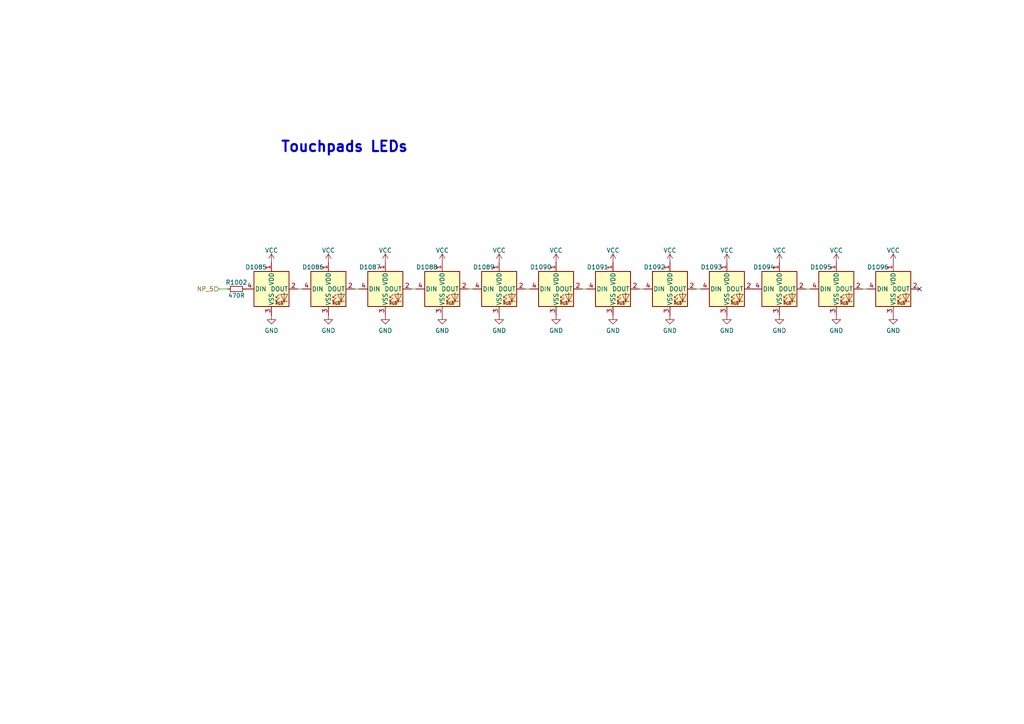
<source format=kicad_sch>
(kicad_sch (version 20231120) (generator "eeschema") (generator_version "8.0")
  (paper "A4")
  (lib_symbols
    (symbol "Device:R_Small" (pin_numbers hide) (pin_names (offset 0.254) hide)
      (property "Reference" "R" (at 0.762 0.508 0))
      (property "Value" "R_Small" (at 0.762 -1.016 0))
      (symbol "R_Small_0_1"
        (rectangle (start -0.762 1.778) (end 0.762 -1.778) (stroke (width 0.2032)))
      )
      (symbol "R_Small_1_1"
        (pin passive line (at 0 2.54 270) (length 0.762) (name "~") (number "1"))
        (pin passive line (at 0 -2.54 90) (length 0.762) (name "~") (number "2"))
      )
    )
    (symbol "LED:WS2812B" (pin_names (offset 0.254))
      (property "Reference" "D" (at 5.08 5.715 0))
      (property "Value" "WS2812B" (at 1.27 -5.715 0))
      (symbol "WS2812B_0_0"
        (text "RGB" (at 2.286 -4.191 0) (effects (font (size 0.762 0.762))))
      )
      (symbol "WS2812B_0_1"
        (polyline (pts (xy 1.27 -3.556) (xy 1.778 -3.556)))
        (polyline (pts (xy 1.27 -2.54) (xy 1.778 -2.54)))
        (polyline (pts (xy 4.699 -3.556) (xy 2.667 -3.556)))
        (polyline (pts (xy 2.286 -2.54) (xy 1.27 -3.556) (xy 1.27 -3.048)))
        (polyline (pts (xy 2.286 -1.524) (xy 1.27 -2.54) (xy 1.27 -2.032)))
        (polyline (pts (xy 3.683 -1.016) (xy 3.683 -3.556) (xy 3.683 -4.064)))
        (polyline (pts (xy 4.699 -1.524) (xy 2.667 -1.524) (xy 3.683 -3.556) (xy 4.699 -1.524)))
        (rectangle (start 5.08 5.08) (end -5.08 -5.08) (stroke (width 0.254)) (fill (type background)))
      )
      (symbol "WS2812B_1_1"
        (pin power_in line (at 0 7.62 270) (length 2.54) (name "VDD") (number "1"))
        (pin output line (at 7.62 0 180) (length 2.54) (name "DOUT") (number "2"))
        (pin power_in line (at 0 -7.62 90) (length 2.54) (name "VSS") (number "3"))
        (pin input line (at -7.62 0 0) (length 2.54) (name "DIN") (number "4"))
      )
    )
    (symbol "power:GND" (power) (pin_numbers hide) (pin_names (offset 0) hide)
      (property "Value" "GND" (at 0 -3.81 0))
      (symbol "GND_0_1"
        (polyline (pts (xy 0 0) (xy 0 -1.27) (xy 1.27 -1.27) (xy 0 -2.54) (xy -1.27 -1.27) (xy 0 -1.27)))
      )
      (symbol "GND_1_1"
        (pin power_in line (at 0 0 270) (length 0) (name "~") (number "1"))
      )
    )
    (symbol "power:VCC" (power) (pin_numbers hide) (pin_names (offset 0) hide)
      (property "Value" "VCC" (at 0 3.556 0))
      (symbol "VCC_0_1"
        (polyline (pts (xy -0.762 1.27) (xy 0 2.54)))
        (polyline (pts (xy 0 0) (xy 0 2.54)))
        (polyline (pts (xy 0 2.54) (xy 0.762 1.27)))
      )
      (symbol "VCC_1_1"
        (pin power_in line (at 0 0 90) (length 0) (name "~") (number "1"))
      )
    )
  )
  (no_connect (at 266.7 83.82))
  (wire (pts (xy 152.4 83.82) (xy 153.67 83.82)))
  (wire (pts (xy 168.91 83.82) (xy 170.18 83.82)))
  (wire (pts (xy 63.5 83.82) (xy 66.04 83.82)))
  (wire (pts (xy 119.38 83.82) (xy 120.65 83.82)))
  (wire (pts (xy 86.36 83.82) (xy 87.63 83.82)))
  (wire (pts (xy 201.93 83.82) (xy 203.2 83.82)))
  (wire (pts (xy 250.19 83.82) (xy 251.46 83.82)))
  (wire (pts (xy 185.42 83.82) (xy 186.69 83.82)))
  (wire (pts (xy 135.89 83.82) (xy 137.16 83.82)))
  (wire (pts (xy 102.87 83.82) (xy 104.14 83.82)))
  (wire (pts (xy 233.68 83.82) (xy 234.95 83.82)))
  (text "Touchpads LEDs" (at 81.28 44.45 0) (effects (font (size 3 3) (thickness 0.6) (bold yes)) (justify left bottom)))
  (hierarchical_label "NP_5" (shape input) (at 63.5 83.82 180))
  (symbol (lib_id "LED:WS2812B") (at 95.25 83.82 0) (unit 1)
    (property "Reference" "D1086" (at 90.805 77.47 0))
    (property "Value" "WS2812B" (effects (hide yes)))
    (property "Footprint" "Footprints:LED_WS2812B_edited" (effects (hide yes)))
    (property "Datasheet" "https://cdn-shop.adafruit.com/datasheets/WS2812B.pdf" (effects (hide yes)))
    (property "Ostalo" "forma" (effects (hide yes)))
    (property "U labosu?" "ne" (effects (hide yes)))
    (property "JLCPCB Part #" "-" (effects (hide yes)))
  )
  (symbol (lib_id "power:GND") (at 78.74 91.44 0) (unit 1)
    (property "Reference" "#PWR01183" (effects (hide yes)))
    (property "Value" "GND" (at 78.74 95.8834 0))
    (property "Description" "Power symbol creates a global label with name \"GND\" , ground" (effects (hide yes)))
  )
  (symbol (lib_id "LED:WS2812B") (at 111.76 83.82 0) (unit 1)
    (property "Reference" "D1087" (at 107.315 77.47 0))
    (property "Value" "WS2812B" (effects (hide yes)))
    (property "Footprint" "Footprints:LED_WS2812B_edited" (effects (hide yes)))
    (property "Datasheet" "https://cdn-shop.adafruit.com/datasheets/WS2812B.pdf" (effects (hide yes)))
    (property "Ostalo" "forma" (effects (hide yes)))
    (property "U labosu?" "ne" (effects (hide yes)))
    (property "JLCPCB Part #" "-" (effects (hide yes)))
  )
  (symbol (lib_id "LED:WS2812B") (at 128.27 83.82 0) (unit 1)
    (property "Reference" "D1088" (at 123.825 77.47 0))
    (property "Value" "WS2812B" (effects (hide yes)))
    (property "Footprint" "Footprints:LED_WS2812B_edited" (effects (hide yes)))
    (property "Datasheet" "https://cdn-shop.adafruit.com/datasheets/WS2812B.pdf" (effects (hide yes)))
    (property "Ostalo" "forma" (effects (hide yes)))
    (property "U labosu?" "ne" (effects (hide yes)))
    (property "JLCPCB Part #" "-" (effects (hide yes)))
  )
  (symbol (lib_id "power:GND") (at 194.31 91.44 0) (unit 1)
    (property "Reference" "#PWR01190" (effects (hide yes)))
    (property "Value" "GND" (at 194.31 95.8834 0))
    (property "Description" "Power symbol creates a global label with name \"GND\" , ground" (effects (hide yes)))
  )
  (symbol (lib_id "power:VCC") (at 226.06 76.2 0) (unit 1)
    (property "Reference" "#PWR01180" (effects (hide yes)))
    (property "Value" "VCC" (at 226.06 72.6242 0))
    (property "Description" "Power symbol creates a global label with name \"VCC\"" (effects (hide yes)))
  )
  (symbol (lib_id "power:VCC") (at 161.29 76.2 0) (unit 1)
    (property "Reference" "#PWR01176" (effects (hide yes)))
    (property "Value" "VCC" (at 161.29 72.6242 0))
    (property "Description" "Power symbol creates a global label with name \"VCC\"" (effects (hide yes)))
  )
  (symbol (lib_id "power:GND") (at 226.06 91.44 0) (unit 1)
    (property "Reference" "#PWR01192" (effects (hide yes)))
    (property "Value" "GND" (at 226.06 95.8834 0))
    (property "Description" "Power symbol creates a global label with name \"GND\" , ground" (effects (hide yes)))
  )
  (symbol (lib_id "power:GND") (at 259.08 91.44 0) (unit 1)
    (property "Reference" "#PWR01194" (effects (hide yes)))
    (property "Value" "GND" (at 259.08 95.8834 0))
    (property "Description" "Power symbol creates a global label with name \"GND\" , ground" (effects (hide yes)))
  )
  (symbol (lib_id "LED:WS2812B") (at 144.78 83.82 0) (unit 1)
    (property "Reference" "D1089" (at 140.335 77.47 0))
    (property "Value" "WS2812B" (effects (hide yes)))
    (property "Footprint" "Footprints:LED_WS2812B_edited" (effects (hide yes)))
    (property "Datasheet" "https://cdn-shop.adafruit.com/datasheets/WS2812B.pdf" (effects (hide yes)))
    (property "Ostalo" "forma" (effects (hide yes)))
    (property "U labosu?" "ne" (effects (hide yes)))
    (property "JLCPCB Part #" "-" (effects (hide yes)))
  )
  (symbol (lib_id "LED:WS2812B") (at 242.57 83.82 0) (unit 1)
    (property "Reference" "D1095" (at 238.125 77.47 0))
    (property "Value" "WS2812B" (effects (hide yes)))
    (property "Footprint" "Footprints:LED_WS2812B_edited" (effects (hide yes)))
    (property "Datasheet" "https://cdn-shop.adafruit.com/datasheets/WS2812B.pdf" (effects (hide yes)))
    (property "Ostalo" "forma" (effects (hide yes)))
    (property "U labosu?" "ne" (effects (hide yes)))
    (property "JLCPCB Part #" "-" (effects (hide yes)))
  )
  (symbol (lib_id "LED:WS2812B") (at 194.31 83.82 0) (unit 1)
    (property "Reference" "D1092" (at 189.865 77.47 0))
    (property "Value" "WS2812B" (effects (hide yes)))
    (property "Footprint" "Footprints:LED_WS2812B_edited" (effects (hide yes)))
    (property "Datasheet" "https://cdn-shop.adafruit.com/datasheets/WS2812B.pdf" (effects (hide yes)))
    (property "Ostalo" "forma" (effects (hide yes)))
    (property "U labosu?" "ne" (effects (hide yes)))
    (property "JLCPCB Part #" "-" (effects (hide yes)))
  )
  (symbol (lib_id "power:GND") (at 210.82 91.44 0) (unit 1)
    (property "Reference" "#PWR01191" (effects (hide yes)))
    (property "Value" "GND" (at 210.82 95.8834 0))
    (property "Description" "Power symbol creates a global label with name \"GND\" , ground" (effects (hide yes)))
  )
  (symbol (lib_id "power:VCC") (at 111.76 76.2 0) (unit 1)
    (property "Reference" "#PWR01173" (effects (hide yes)))
    (property "Value" "VCC" (at 111.76 72.6242 0))
    (property "Description" "Power symbol creates a global label with name \"VCC\"" (effects (hide yes)))
  )
  (symbol (lib_id "power:GND") (at 111.76 91.44 0) (unit 1)
    (property "Reference" "#PWR01185" (effects (hide yes)))
    (property "Value" "GND" (at 111.76 95.8834 0))
    (property "Description" "Power symbol creates a global label with name \"GND\" , ground" (effects (hide yes)))
  )
  (symbol (lib_id "power:VCC") (at 144.78 76.2 0) (unit 1)
    (property "Reference" "#PWR01175" (effects (hide yes)))
    (property "Value" "VCC" (at 144.78 72.6242 0))
    (property "Description" "Power symbol creates a global label with name \"VCC\"" (effects (hide yes)))
  )
  (symbol (lib_id "power:VCC") (at 128.27 76.2 0) (unit 1)
    (property "Reference" "#PWR01174" (effects (hide yes)))
    (property "Value" "VCC" (at 128.27 72.6242 0))
    (property "Description" "Power symbol creates a global label with name \"VCC\"" (effects (hide yes)))
  )
  (symbol (lib_id "power:GND") (at 95.25 91.44 0) (unit 1)
    (property "Reference" "#PWR01184" (effects (hide yes)))
    (property "Value" "GND" (at 95.25 95.8834 0))
    (property "Description" "Power symbol creates a global label with name \"GND\" , ground" (effects (hide yes)))
  )
  (symbol (lib_id "power:VCC") (at 95.25 76.2 0) (unit 1)
    (property "Reference" "#PWR01172" (effects (hide yes)))
    (property "Value" "VCC" (at 95.25 72.6242 0))
    (property "Description" "Power symbol creates a global label with name \"VCC\"" (effects (hide yes)))
  )
  (symbol (lib_id "power:VCC") (at 259.08 76.2 0) (unit 1)
    (property "Reference" "#PWR01182" (effects (hide yes)))
    (property "Value" "VCC" (at 259.08 72.6242 0))
    (property "Description" "Power symbol creates a global label with name \"VCC\"" (effects (hide yes)))
  )
  (symbol (lib_id "power:GND") (at 242.57 91.44 0) (unit 1)
    (property "Reference" "#PWR01193" (effects (hide yes)))
    (property "Value" "GND" (at 242.57 95.8834 0))
    (property "Description" "Power symbol creates a global label with name \"GND\" , ground" (effects (hide yes)))
  )
  (symbol (lib_id "power:GND") (at 128.27 91.44 0) (unit 1)
    (property "Reference" "#PWR01186" (effects (hide yes)))
    (property "Value" "GND" (at 128.27 95.8834 0))
    (property "Description" "Power symbol creates a global label with name \"GND\" , ground" (effects (hide yes)))
  )
  (symbol (lib_id "Device:R_Small") (at 68.58 83.82 90) (unit 1)
    (property "Reference" "R1002" (at 68.58 81.915 90))
    (property "Value" "470R" (at 68.58 85.725 90) (effects (font (size 1.2 1.2))))
    (property "Footprint" "Resistor_SMD:R_0603_1608Metric" (effects (hide yes)))
    (property "U labosu?" "da" (effects (hide yes)))
  )
  (symbol (lib_id "power:VCC") (at 194.31 76.2 0) (unit 1)
    (property "Reference" "#PWR01178" (effects (hide yes)))
    (property "Value" "VCC" (at 194.31 72.6242 0))
    (property "Description" "Power symbol creates a global label with name \"VCC\"" (effects (hide yes)))
  )
  (symbol (lib_id "power:GND") (at 144.78 91.44 0) (unit 1)
    (property "Reference" "#PWR01187" (effects (hide yes)))
    (property "Value" "GND" (at 144.78 95.8834 0))
    (property "Description" "Power symbol creates a global label with name \"GND\" , ground" (effects (hide yes)))
  )
  (symbol (lib_id "power:VCC") (at 210.82 76.2 0) (unit 1)
    (property "Reference" "#PWR01179" (effects (hide yes)))
    (property "Value" "VCC" (at 210.82 72.6242 0))
    (property "Description" "Power symbol creates a global label with name \"VCC\"" (effects (hide yes)))
  )
  (symbol (lib_id "LED:WS2812B") (at 259.08 83.82 0) (unit 1)
    (property "Reference" "D1096" (at 254.635 77.47 0))
    (property "Value" "WS2812B" (effects (hide yes)))
    (property "Footprint" "Footprints:LED_WS2812B_edited" (effects (hide yes)))
    (property "Datasheet" "https://cdn-shop.adafruit.com/datasheets/WS2812B.pdf" (effects (hide yes)))
    (property "Ostalo" "forma" (effects (hide yes)))
    (property "U labosu?" "ne" (effects (hide yes)))
    (property "JLCPCB Part #" "-" (effects (hide yes)))
  )
  (symbol (lib_id "LED:WS2812B") (at 161.29 83.82 0) (unit 1)
    (property "Reference" "D1090" (at 156.845 77.47 0))
    (property "Value" "WS2812B" (effects (hide yes)))
    (property "Footprint" "Footprints:LED_WS2812B_edited" (effects (hide yes)))
    (property "Datasheet" "https://cdn-shop.adafruit.com/datasheets/WS2812B.pdf" (effects (hide yes)))
    (property "Ostalo" "forma" (effects (hide yes)))
    (property "U labosu?" "ne" (effects (hide yes)))
    (property "JLCPCB Part #" "-" (effects (hide yes)))
  )
  (symbol (lib_id "power:VCC") (at 78.74 76.2 0) (unit 1)
    (property "Reference" "#PWR01171" (effects (hide yes)))
    (property "Value" "VCC" (at 78.74 72.6242 0))
    (property "Description" "Power symbol creates a global label with name \"VCC\"" (effects (hide yes)))
  )
  (symbol (lib_id "LED:WS2812B") (at 78.74 83.82 0) (unit 1)
    (property "Reference" "D1085" (at 74.295 77.47 0))
    (property "Value" "WS2812B" (effects (hide yes)))
    (property "Footprint" "Footprints:LED_WS2812B_edited" (effects (hide yes)))
    (property "Datasheet" "https://cdn-shop.adafruit.com/datasheets/WS2812B.pdf" (effects (hide yes)))
    (property "Ostalo" "forma" (effects (hide yes)))
    (property "U labosu?" "ne" (effects (hide yes)))
    (property "JLCPCB Part #" "-" (effects (hide yes)))
  )
  (symbol (lib_id "power:GND") (at 161.29 91.44 0) (unit 1)
    (property "Reference" "#PWR01188" (effects (hide yes)))
    (property "Value" "GND" (at 161.29 95.8834 0))
    (property "Description" "Power symbol creates a global label with name \"GND\" , ground" (effects (hide yes)))
  )
  (symbol (lib_id "LED:WS2812B") (at 226.06 83.82 0) (unit 1)
    (property "Reference" "D1094" (at 221.615 77.47 0))
    (property "Value" "WS2812B" (effects (hide yes)))
    (property "Footprint" "Footprints:LED_WS2812B_edited" (effects (hide yes)))
    (property "Datasheet" "https://cdn-shop.adafruit.com/datasheets/WS2812B.pdf" (effects (hide yes)))
    (property "Ostalo" "forma" (effects (hide yes)))
    (property "U labosu?" "ne" (effects (hide yes)))
    (property "JLCPCB Part #" "-" (effects (hide yes)))
  )
  (symbol (lib_id "power:VCC") (at 177.8 76.2 0) (unit 1)
    (property "Reference" "#PWR01177" (effects (hide yes)))
    (property "Value" "VCC" (at 177.8 72.6242 0))
    (property "Description" "Power symbol creates a global label with name \"VCC\"" (effects (hide yes)))
  )
  (symbol (lib_id "LED:WS2812B") (at 210.82 83.82 0) (unit 1)
    (property "Reference" "D1093" (at 206.375 77.47 0))
    (property "Value" "WS2812B" (effects (hide yes)))
    (property "Footprint" "Footprints:LED_WS2812B_edited" (effects (hide yes)))
    (property "Datasheet" "https://cdn-shop.adafruit.com/datasheets/WS2812B.pdf" (effects (hide yes)))
    (property "Ostalo" "forma" (effects (hide yes)))
    (property "U labosu?" "ne" (effects (hide yes)))
    (property "JLCPCB Part #" "-" (effects (hide yes)))
  )
  (symbol (lib_id "power:GND") (at 177.8 91.44 0) (unit 1)
    (property "Reference" "#PWR01189" (effects (hide yes)))
    (property "Value" "GND" (at 177.8 95.8834 0))
    (property "Description" "Power symbol creates a global label with name \"GND\" , ground" (effects (hide yes)))
  )
  (symbol (lib_id "LED:WS2812B") (at 177.8 83.82 0) (unit 1)
    (property "Reference" "D1091" (at 173.355 77.47 0))
    (property "Value" "WS2812B" (effects (hide yes)))
    (property "Footprint" "Footprints:LED_WS2812B_edited" (effects (hide yes)))
    (property "Datasheet" "https://cdn-shop.adafruit.com/datasheets/WS2812B.pdf" (effects (hide yes)))
    (property "Ostalo" "forma" (effects (hide yes)))
    (property "U labosu?" "ne" (effects (hide yes)))
    (property "JLCPCB Part #" "-" (effects (hide yes)))
  )
  (symbol (lib_id "power:VCC") (at 242.57 76.2 0) (unit 1)
    (property "Reference" "#PWR01181" (effects (hide yes)))
    (property "Value" "VCC" (at 242.57 72.6242 0))
    (property "Description" "Power symbol creates a global label with name \"VCC\"" (effects (hide yes)))
  )
)
</source>
